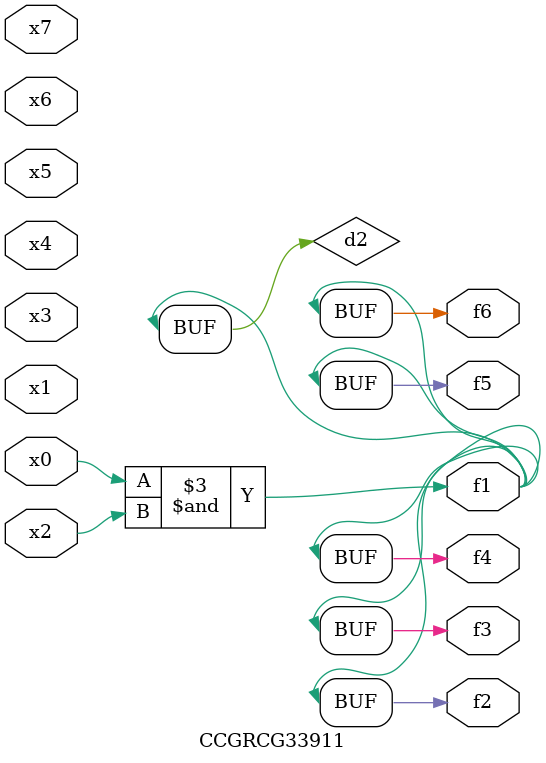
<source format=v>
module CCGRCG33911(
	input x0, x1, x2, x3, x4, x5, x6, x7,
	output f1, f2, f3, f4, f5, f6
);

	wire d1, d2;

	nor (d1, x3, x6);
	and (d2, x0, x2);
	assign f1 = d2;
	assign f2 = d2;
	assign f3 = d2;
	assign f4 = d2;
	assign f5 = d2;
	assign f6 = d2;
endmodule

</source>
